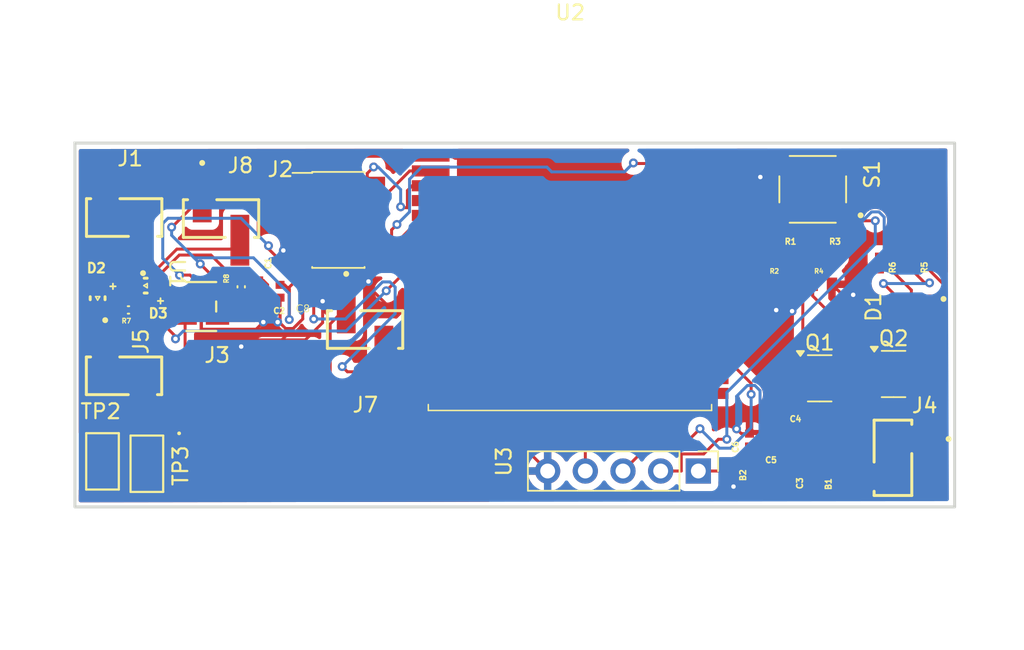
<source format=kicad_pcb>
(kicad_pcb (version 20240108) (generator "pcbnew") (generator_version "8.0")
  (title_block (title "BareTag_Anchor") (date "2024-10-30") (rev "Version 1") (company "SDP Team 3") (comment 1 "Authors: Connor McGarry and Sean Brown"))
  (layers (0 "F.Cu" signal) (31 "B.Cu" signal) (34 "B.Paste" user) (35 "F.Paste" user) (36 "B.SilkS" user "B.Silkscreen") (37 "F.SilkS" user "F.Silkscreen") (38 "B.Mask" user) (39 "F.Mask" user) (44 "Edge.Cuts" user))
  (net 0 "")
  (net 1 "Net-(U3-VDD)")
  (net 2 "GND")
  (net 3 "Net-(U2-VDD)")
  (net 4 "Net-(D1-A1)")
  (net 5 "Net-(D1-A2)")
  (net 6 "Net-(D1-K1)")
  (net 7 "Net-(D1-K2)")
  (net 8 "Net-(D2-A)")
  (net 9 "Net-(D2-K)")
  (net 10 "Net-(D3-K)")
  (net 11 "Net-(D3-A)")
  (net 12 "Vreg +3.3V")
  (net 14 "/SWD_CLK")
  (net 17 "/RST")
  (net 18 "/SWD_DIO (BIDIRECTIONAL)")
  (net 19 "Net-(U2-DW_GP3)")
  (net 20 "Net-(Q1-G)")
  (net 21 "Net-(U2-DW_GP2)")
  (net 22 "Net-(Q2-G)")
  (net 23 "Net-(U2-P0.14)")
  (net 24 "Net-(U2-P0.17)")
  (net 25 "Net-(J3-Pad2)")
  (net 26 "/LoRa RX")
  (net 27 "/LoRa TX")
  (net 61 "Vbatt +3.7V")
  (net 62 "Net-(Q1-S)")
  (net 63 "Net-(U1-NR)")
  (footprint "GRM155R71C104KA88J:CAPC1005X55N" (layer "F.Cu") (at 188.55 90.472 90)
    (property "Reference" "C5")
    (property "Value" ".1uF")
  )
  (footprint "APHBM2012LSURKSYKC:LED_APHBM2012LSURKSYKC" (layer "F.Cu") (at 198 81.465)
    (property "Reference" "D1")
    (property "Value" "LTST-C235KGKRKT")
  )
  (footprint "150060RS75000:WL-SMCW_0603" (layer "F.Cu") (at 146.38 80.09)
    (property "Reference" "D3")
    (property "Value" "LED")
  )
  (footprint "Altium:DWM3001C" (layer "F.Cu") (at 165.435 88.5075)
    (property "Reference" "U2")
    (property "Value" "`")
  )
  (footprint "GRM155C80J225KE95D:CAPC1005X55N" (layer "F.Cu") (at 155.44 80.47 90)
    (property "Reference" "C2")
    (property "Value" "2.2uF")
  )
  (footprint "TestPoint:TestPoint_Keystone_5015_Micro-Minature" (layer "F.Cu") (at 143.47 91.94 90)
    (property "Reference" "TP2")
    (property "Value" "TestPoint")
  )
  (footprint "GRM1555C1H470JA01D:CAPC1005X55N" (layer "F.Cu") (at 187.09 90.502 90)
    (property "Reference" "C6")
    (property "Value" "47pF")
  )
  (footprint "BLM15EG121SN1D:BEADC1005X55N" (layer "F.Cu") (at 187.53 93.172 90)
    (property "Reference" "B2")
    (property "Value" "Murata BLM15EG121SN1D")
  )
  (footprint "Package_TO_SOT_SMD:SOT-23-3" (layer "F.Cu") (at 196.8 86.05)
    (property "Reference" "Q2")
    (property "Value" "IRLML2402TRPBF")
  )
  (footprint "TPS79933DDCR (2):volt_reg" (layer "F.Cu") (at 150.13 81.5)
    (property "Reference" "U1")
    (property "Value" "Voltage Regulator")
  )
  (footprint "TSM_102_01_L_SV:SAMTEC_TSM-102-01-X-SV" (layer "F.Cu") (at 161.17 83.05 180)
    (property "Reference" "J7")
    (property "Value" "TSM-102-01-X-SV")
  )
  (footprint "RC0402FR_07820KL:RESC1005X40N" (layer "F.Cu") (at 195.85 78.568 -90)
    (property "Reference" "R6")
    (property "Value" "820K")
  )
  (footprint "Package_TO_SOT_SMD:SOT-23-3" (layer "F.Cu") (at 191.82 86.34)
    (property "Reference" "Q1")
    (property "Value" "IRLML2402TRPBF")
  )
  (footprint "Connector_PinHeader_2.54mm:PinHeader_1x05_P2.54mm_Vertical" (layer "F.Cu") (at 183.64 92.59 -90)
    (property "Reference" "U3")
    (property "Value" "LYR998")
  )
  (footprint "RC0402FR_07100KL:RESC1005X40" (layer "F.Cu") (at 189 80)
    (property "Reference" "R2")
    (property "Value" "100K")
  )
  (footprint "Capacitor_SMD:C_0201_0603Metric" (layer "F.Cu") (at 156.97 80.38 -90)
    (property "Reference" "C8")
    (property "Value" "100nF")
  )
  (footprint "RT0402BRD071K5L:RESC1005X35N" (layer "F.Cu") (at 189.565 78)
    (property "Reference" "R1")
    (property "Value" "1K5")
  )
  (footprint "150060RS75000:WL-SMCW_0603" (layer "F.Cu") (at 143.14 80.94 90)
    (property "Reference" "D2")
    (property "Value" "LED")
  )
  (footprint "S2B_PH_SM4_TB:JST_S2B-PH-SM4-TB" (layer "F.Cu") (at 150.235 88.15 -90)
    (property "Reference" "J3")
    (property "Value" "S2B-PH-SM4-TB_LF__SN_")
  )
  (footprint "TSM_102_01_L_SV:SAMTEC_TSM-102-01-X-SV" (layer "F.Cu") (at 151.46 75.57 180)
    (property "Reference" "J8")
    (property "Value" "TSM-102-01-X-SV")
  )
  (footprint "RT0402BRD071K5L:RESC1005X35N" (layer "F.Cu") (at 192.565 78)
    (property "Reference" "R3")
    (property "Value" "1K5")
  )
  (footprint "GRM155R60J106ME05D:CAPC1005X70N" (layer "F.Cu") (at 190.16 90.54 90)
    (property "Reference" "C4")
    (property "Value" "10uF")
  )
  (footprint "TestPoint:TestPoint_Keystone_5015_Micro-Minature" (layer "F.Cu") (at 146.46 92.1 90)
    (property "Reference" "TP3")
    (property "Value" "TestPoint")
  )
  (footprint "TSM_102_01_L_SV:SAMTEC_TSM-102-01-X-SV" (layer "F.Cu") (at 144.93 75.5)
    (property "Reference" "J1")
    (property "Value" "TSM-102-01-X-SV")
  )
  (footprint "GRM155R60J106ME05D:CAPC1005X70N" (layer "F.Cu") (at 189.53 93.179 -90)
    (property "Reference" "C3")
    (property "Value" "10uF")
  )
  (footprint "TL3315NF160Q:SW_TL3315NF160Q" (layer "F.Cu") (at 191.352 73.6 180)
    (property "Reference" "S1")
    (property "Value" "TL3315NF160Q")
  )
  (footprint "RC0402FR_07150RL:RESC1005X40N" (layer "F.Cu") (at 198 78.568 -90)
    (property "Reference" "R5")
    (property "Value" "150K")
  )
  (footprint "TSM_102_01_L_SV:SAMTEC_TSM-102-01-X-SV" (layer "F.Cu") (at 144.92 86.17 180)
    (property "Reference" "J5")
    (property "Value" "TSM-102-01-X-SV")
  )
  (footprint "BLM15EG121SN1D:BEADC1005X55N" (layer "F.Cu") (at 191.53 93.172 -90)
    (property "Reference" "B1")
    (property "Value" "Murata BLM15EG121SN1D")
  )
  (footprint "TSM_102_01_L_SV:SAMTEC_TSM-102-01-X-SV" (layer "F.Cu") (at 196.76 91.7 90)
    (property "Reference" "J4")
    (property "Value" "TSM-102-01-X-SV")
  )
  (footprint "RK73B1ETTP182J:RESC1005X40N" (layer "F.Cu") (at 145.22 81.73)
    (property "Reference" "R7")
    (property "Value" "1k8")
  )
  (footprint "Connector_PinHeader_1.27mm:PinHeader_2x05_P1.27mm_Vertical_SMD" (layer "F.Cu") (at 159.37 75.66)
    (property "Reference" "J2")
    (property "Value" "Conn_ARM_JTAG_SWD_10")
  )
  (footprint "RC0402FR_07100KL:RESC1005X40" (layer "F.Cu") (at 192 80)
    (property "Reference" "R4")
    (property "Value" "100K")
  )
  (footprint "RK73B1ETTP182J:RESC1005X40N" (layer "F.Cu") (at 152.82 80.17 -90)
    (property "Reference" "R8")
    (property "Value" "1k8")
  )
  (footprint "GRM155C80J225KE95D:CAPC1005X55N" (layer "F.Cu") (at 154 80.17 -90)
    (property "Reference" "C1")
    (property "Value" "C")
  )
  (gr_rect (start 141.61 70.48) (end 200.92 95.01) (stroke (width 0.2)) (fill none) (layer "Edge.Cuts"))
  (segment (start 190.085 90.904) (end 190.16 90.979) (width 0.2) (layer "F.Cu") (net 1))
  (segment (start 189.53 92.74) (end 189.53 91.609) (width 0.2) (layer "F.Cu") (net 1))
  (segment (start 187.09 90.934) (end 188.52 90.934) (width 0.2) (layer "F.Cu") (net 1))
  (segment (start 187.53 91.374) (end 187.09 90.934) (width 0.2) (layer "F.Cu") (net 1))
  (segment (start 185.434 92.59) (end 187.09 90.934) (width 0.2) (layer "F.Cu") (net 1))
  (segment (start 191.53 92.74) (end 195.07 92.74) (width 0.2) (layer "F.Cu") (net 1))
  (segment (start 189.53 91.609) (end 190.16 90.979) (width 0.2) (layer "F.Cu") (net 1))
  (segment (start 187.53 92.74) (end 187.53 91.374) (width 0.2) (layer "F.Cu") (net 1))
  (segment (start 189.758 90.979) (end 190.16 90.979) (width 0.2) (layer "F.Cu") (net 1))
  (segment (start 183.64 92.59) (end 185.434 92.59) (width 0.2) (layer "F.Cu") (net 1))
  (segment (start 191.53 93.604) (end 191.53 92.74) (width 0.2) (layer "F.Cu") (net 1))
  (segment (start 188.55 90.904) (end 190.085 90.904) (width 0.2) (layer "F.Cu") (net 1))
  (segment (start 188.52 90.934) (end 188.55 90.904) (width 0.2) (layer "F.Cu") (net 1))
  (segment (start 195.07 92.74) (end 195.3 92.97) (width 0.2) (layer "F.Cu") (net 1))
  (segment (start 189.53 92.74) (end 191.53 92.74) (width 0.2) (layer "F.Cu") (net 1))
  (segment (start 193.36 80.71) (end 192.65 80) (width 0.2) (layer "F.Cu") (net 2))
  (segment (start 154 81.55) (end 154 80.602) (width 0.2) (layer "F.Cu") (net 2))
  (segment (start 162.6175 81.3575) (end 161.4 80.14) (width 0.2) (layer "F.Cu") (net 2))
  (segment (start 157.42 74.39) (end 157.42 75.66) (width 0.2) (layer "F.Cu") (net 2))
  (segment (start 155.811471 82.98) (end 156.33 82.98) (width 0.2) (layer "F.Cu") (net 2))
  (segment (start 156.33 82.98) (end 156.815 82.495) (width 0.2) (layer "F.Cu") (net 2))
  (segment (start 188.2925 81.3575) (end 184.405 81.3575) (width 0.2) (layer "F.Cu") (net 2))
  (segment (start 158.92 76.26) (end 158.92 77.53) (width 0.2) (layer "F.Cu") (net 2))
  (segment (start 158.32 75.66) (end 158.92 76.26) (width 0.2) (layer "F.Cu") (net 2))
  (segment (start 155.44 82.608529) (end 155.811471 82.98) (width 0.2) (layer "F.Cu") (net 2))
  (segment (start 189.33 81.3) (end 188.89 81.74) (width 0.2) (layer "F.Cu") (net 2))
  (segment (start 188.55 82.08) (end 188.55 90.04) (width 0.2) (layer "F.Cu") (net 2))
  (segment (start 187.12 90.04) (end 187.09 90.07) (width 0.2) (layer "F.Cu") (net 2))
  (segment (start 150.1252 81.870601) (end 149.754599 81.5) (width 0.2) (layer "F.Cu") (net 2))
  (segment (start 156.97 82.34) (end 156.97 80.7) (width 0.2) (layer "F.Cu") (net 2))
  (segment (start 189.122 71.85) (end 193.582 71.85) (width 0.2) (layer "F.Cu") (net 2))
  (segment (start 158.31 81.14) (end 158.31 82.588529) (width 0.2) (layer "F.Cu") (net 2))
  (segment (start 188.89 81.74) (end 189.89 81.74) (width 0.2) (layer "F.Cu") (net 2))
  (segment (start 190.099 90.04) (end 190.16 90.101) (width 0.2) (layer "F.Cu") (net 2))
  (segment (start 184.405 81.3575) (end 177.18 81.3575) (width 0.2) (layer "F.Cu") (net 2))
  (segment (start 153.27 83.75) (end 152.82 84.2) (width 0.2) (layer "F.Cu") (net 2))
  (segment (start 152.3096 82.050001) (end 153.395784 82.050001) (width 0.2) (layer "F.Cu") (net 2))
  (segment (start 189.516 93.604) (end 189.53 93.618) (width 0.2) (layer "F.Cu") (net 2))
  (segment (start 149.754599 81.5) (end 149.0378 81.5) (width 0.2) (layer "F.Cu") (net 2))
  (segment (start 158.25 74.39) (end 159.82 72.82) (width 0.2) (layer "F.Cu") (net 2))
  (segment (start 154.31 82.55) (end 153.830599 83.029401) (width 0.2) (layer "F.Cu") (net 2))
  (segment (start 150.1348 83.029401) (end 150.1348 81.870601) (width 0.2) (layer "F.Cu") (net 2))
  (segment (start 158.31 82.588529) (end 157.148529 83.75) (width 0.2) (layer "F.Cu") (net 2))
  (segment (start 156.815 82.495) (end 155.56 83.75) (width 0.2) (layer "F.Cu") (net 2))
  (segment (start 188.55 90.04) (end 190.099 90.04) (width 0.2) (layer "F.Cu") (net 2))
  (segment (start 171.435 87.1025) (end 171.435 88.3475) (width 0.2) (layer "F.Cu") (net 2))
  (segment (start 150.1348 81.870601) (end 152.3096 81.870601) (width 0.2) (layer "F.Cu") (net 2))
  (segment (start 165.595 81.3575) (end 162.6175 81.3575) (width 0.2) (layer "F.Cu") (net 2))
  (segment (start 155.56 83.75) (end 153.27 83.75) (width 0.2) (layer "F.Cu") (net 2))
  (segment (start 167.065 81.3575) (end 171.435 85.7275) (width 0.2) (layer "F.Cu") (net 2))
  (segment (start 152.285 85.744401) (end 150.1252 83.584601) (width 0.2) (layer "F.Cu") (net 2))
  (segment (start 187.09 90.07) (end 186.54 90.07) (width 0.2) (layer "F.Cu") (net 2))
  (segment (start 158.92 77.53) (end 158.25 78.2) (width 0.2) (layer "F.Cu") (net 2))
  (segment (start 150.1252 82.1) (end 150.1252 81.870601) (width 0.2) (layer "F.Cu") (net 2))
  (segment (start 194.08 80.71) (end 193.36 80.71) (width 0.2) (layer "F.Cu") (net 2))
  (segment (start 149.41 89.15) (end 146.46 92.1) (width 0.2) (layer "F.Cu") (net 2))
  (segment (start 157.42 74.39) (end 158.25 74.39) (width 0.2) (layer "F.Cu") (net 2))
  (segment (start 151.485 89.15) (end 152.285 88.35) (width 0.2) (layer "F.Cu") (net 2))
  (segment (start 184.405 71.3575) (end 186.4475 71.3575) (width 0.2) (layer "F.Cu") (net 2))
  (segment (start 152.3096 81.870601) (end 152.3096 82.050001) (width 0.2) (layer "F.Cu") (net 2))
  (segment (start 160.281471 71.37) (end 165.5825 71.37) (width 0.2) (layer "F.Cu") (net 2))
  (segment (start 187.53 93.604) (end 189.516 93.604) (width 0.2) (layer "F.Cu") (net 2))
  (segment (start 157.148529 83.75) (end 155.56 83.75) (width 0.2) (layer "F.Cu") (net 2))
  (segment (start 187.53 93.604) (end 186.046 93.604) (width 0.2) (layer "F.Cu") (net 2))
  (segment (start 159.82 71.831471) (end 160.281471 71.37) (width 0.2) (layer "F.Cu") (net 2))
  (segment (start 165.595 81.3575) (end 167.065 81.3575) (width 0.2) (layer "F.Cu") (net 2))
  (segment (start 171.435 88.3475) (end 171.435 90.545) (width 0.2) (layer "F.Cu") (net 2))
  (segment (start 155.278271 82.55) (end 155.44 82.388271) (width 0.2) (layer "F.Cu") (net 2))
  (segment (start 186.54 90.07) (end 186.22 89.75) (width 0.2) (layer "F.Cu") (net 2))
  (segment (start 187.82 72.77) (end 187.82 71.98) (width 0.2) (layer "F.Cu") (net 2))
  (segment (start 186.94 71.85) (end 187.95 71.85) (width 0.2) (layer "F.Cu") (net 2))
  (segment (start 159.82 72.82) (end 159.82 71.831471) (width 0.2) (layer "F.Cu") (net 2))
  (segment (start 155.44 82.388271) (end 155.44 80.902) (width 0.2) (layer "F.Cu") (net 2))
  (segment (start 188.55 90.04) (end 187.12 90.04) (width 0.2) (layer "F.Cu") (net 2))
  (segment (start 155.44 80.902) (end 155.44 82.608529) (width 0.2) (layer "F.Cu") (net 2))
  (segment (start 189.65 80) (end 188.2925 81.3575) (width 0.2) (layer "F.Cu") (net 2))
  (segment (start 187.95 71.85) (end 189.122 71.85) (width 0.2) (layer "F.Cu") (net 2))
  (segment (start 152.285 88.35) (end 152.285 85.744401) (width 0.2) (layer "F.Cu") (net 2))
  (segment (start 153.830599 83.029401) (end 150.1348 83.029401) (width 0.2) (layer "F.Cu") (net 2))
  (segment (start 158.25 78.2) (end 157.42 78.2) (width 0.2) (layer "F.Cu") (net 2))
  (segment (start 150.1252 83.584601) (end 150.1252 82.1) (width 0.2) (layer "F.Cu") (net 2))
  (segment (start 189.65 80.98) (end 189.33 81.3) (width 0.2) (layer "F.Cu") (net 2))
  (segment (start 156.815 82.495) (end 156.97 82.34) (width 0.2) (layer "F.Cu") (net 2))
  (segment (start 150.1348 83.029401) (end 150.1252 83.019801) (width 0.2) (layer "F.Cu") (net 2))
  (segment (start 161.4 80.14) (end 161.4 79.81) (width 0.2) (layer "F.Cu") (net 2))
  (segment (start 150.235 89.15) (end 151.485 89.15) (width 0.2) (layer "F.Cu") (net 2))
  (segment (start 186.046 93.604) (end 186.01 93.64) (width 0.2) (layer "F.Cu") (net 2))
  (segment (start 171.435 85.7275) (end 171.435 88.3475) (width 0.2) (layer "F.Cu") (net 2))
  (segment (start 189.33 81.3) (end 188.55 82.08) (width 0.2) (layer "F.Cu") (net 2))
  (segment (start 186.4475 71.3575) (end 186.94 71.85) (width 0.2) (layer "F.Cu") (net 2))
  (segment (start 156.14 78.2) (end 155.66 77.72) (width 0.2) (layer "F.Cu") (net 2))
  (segment (start 157.42 78.2) (end 156.14 78.2) (width 0.2) (layer "F.Cu") (net 2))
  (segment (start 153.895785 81.55) (end 154 81.55) (width 0.2) (layer "F.Cu") (net 2))
  (segment (start 150.1252 83.019801) (end 150.1252 82.1) (width 0.2) (layer "F.Cu") (net 2))
  (segment (start 171.435 90.545) (end 173.48 92.59) (width 0.2) (layer "F.Cu") (net 2))
  (segment (start 189.65 80) (end 189.65 80.98) (width 0.2) (layer "F.Cu") (net 2))
  (segment (start 189.89 81.74) (end 189.96 81.81) (width 0.2) (layer "F.Cu") (net 2))
  (segment (start 150.235 89.15) (end 149.41 89.15) (width 0.2) (layer "F.Cu") (net 2))
  (segment (start 177.18 81.3575) (end 171.435 87.1025) (width 0.2) (layer "F.Cu") (net 2))
  (segment (start 157.42 75.66) (end 158.32 75.66) (width 0.2) (layer "F.Cu") (net 2))
  (segment (start 153.395784 82.050001) (end 153.895785 81.55) (width 0.2) (layer "F.Cu") (net 2))
  (segment (start 187.82 71.98) (end 187.95 71.85) (width 0.2) (layer "F.Cu") (net 2))
  (segment (start 165.5825 71.37) (end 165.595 71.3575) (width 0.2) (layer "F.Cu") (net 2))
  (via (at 154.31 82.55) (size 0.6) (drill 0.3) (layers "F.Cu" "B.Cu") (net 2))
  (via (at 189.96 81.81) (size 0.6) (drill 0.3) (layers "F.Cu" "B.Cu") (net 2))
  (via (at 161.4 79.81) (size 0.6) (drill 0.3) (layers "F.Cu" "B.Cu") (net 2))
  (via (at 155.278271 82.55) (size 0.6) (drill 0.3) (layers "F.Cu" "B.Cu") (net 2))
  (via (at 158.31 81.14) (size 0.6) (drill 0.3) (layers "F.Cu" "B.Cu") (net 2))
  (via (at 155.66 77.72) (size 0.6) (drill 0.3) (layers "F.Cu" "B.Cu") (net 2))
  (via (at 152.82 84.2) (size 0.6) (drill 0.3) (layers "F.Cu" "B.Cu") (net 2))
  (via (at 187.82 72.77) (size 0.6) (drill 0.3) (layers "F.Cu" "B.Cu") (net 2))
  (via (at 188.89 81.74) (size 0.6) (drill 0.3) (layers "F.Cu" "B.Cu") (net 2))
  (via (at 186.22 89.75) (size 0.6) (drill 0.3) (layers "F.Cu" "B.Cu") (net 2))
  (via (at 194.08 80.71) (size 0.6) (drill 0.3) (layers "F.Cu" "B.Cu") (net 2))
  (via (at 186.01 93.64) (size 0.6) (drill 0.3) (layers "F.Cu" "B.Cu") (net 2))
  (segment (start 161.08 79.49) (end 157.43 79.49) (width 0.2) (layer "B.Cu") (net 2))
  (segment (start 189.96 81.81) (end 190.18 81.59) (width 0.2) (layer "B.Cu") (net 2))
  (segment (start 157.43 79.49) (end 158.31 80.37) (width 0.2) (layer "B.Cu") (net 2))
  (segment (start 161.4 79.81) (end 161.08 79.49) (width 0.2) (layer "B.Cu") (net 2))
  (segment (start 186.22 89.75) (end 186.22 87.551471) (width 0.2) (layer "B.Cu") (net 2))
  (segment (start 188.89 81.74) (end 187.82 80.67) (width 0.2) (layer "B.Cu") (net 2))
  (segment (start 195.321471 75.12) (end 195.818529 75.12) (width 0.2) (layer "B.Cu") (net 2))
  (segment (start 186.951471 86.82) (end 187.448529 86.82) (width 0.2) (layer "B.Cu") (net 2))
  (segment (start 154.31 82.55) (end 155.278271 82.55) (width 0.2) (layer "B.Cu") (net 2))
  (segment (start 190.18 80.261471) (end 195.321471 75.12) (width 0.2) (layer "B.Cu") (net 2))
  (segment (start 155.66 77.72) (end 157.43 79.49) (width 0.2) (layer "B.Cu") (net 2))
  (segment (start 187.82 80.67) (end 187.82 72.77) (width 0.2) (layer "B.Cu") (net 2))
  (segment (start 186.22 87.551471) (end 186.951471 86.82) (width 0.2) (layer "B.Cu") (net 2))
  (segment (start 187.8 91.85) (end 186.01 93.64) (width 0.2) (layer "B.Cu") (net 2))
  (segment (start 187.448529 86.82) (end 187.8 87.171471) (width 0.2) (layer "B.Cu") (net 2))
  (segment (start 196.17 75.471471) (end 196.17 78.62) (width 0.2) (layer "B.Cu") (net 2))
  (segment (start 196.17 78.62) (end 194.08 80.71) (width 0.2) (layer "B.Cu") (net 2))
  (segment (start 187.8 87.171471) (end 187.8 91.85) (width 0.2) (layer "B.Cu") (net 2))
  (segment (start 158.31 80.37) (end 158.31 81.14) (width 0.2) (layer "B.Cu") (net 2))
  (segment (start 195.818529 75.12) (end 196.17 75.471471) (width 0.2) (layer "B.Cu") (net 2))
  (segment (start 190.18 81.59) (end 190.18 80.261471) (width 0.2) (layer "B.Cu") (net 2))
  (segment (start 161.05 85.9) (end 162.44 84.51) (width 0.2) (layer "F.Cu") (net 3))
  (segment (start 159.98 85.9) (end 161.05 85.9) (width 0.2) (layer "F.Cu") (net 3))
  (segment (start 159.63 85.55) (end 159.98 85.9) (width 0.2) (layer "F.Cu") (net 3))
  (segment (start 162.44 84.0425) (end 162.44 84.51) (width 0.2) (layer "F.Cu") (net 3))
  (segment (start 156.97 80.06) (end 157.169999 80.06) (width 0.2) (layer "F.Cu") (net 3))
  (segment (start 157.169999 80.06) (end 157.71 80.600001) (width 0.2) (layer "F.Cu") (net 3))
  (segment (start 157.71 80.600001) (end 157.71 82.34) (width 0.2) (layer "F.Cu") (net 3))
  (segment (start 164.125 82.3575) (end 162.44 84.0425) (width 0.2) (layer "F.Cu") (net 3))
  (segment (start 165.4825 82.47) (end 165.595 82.3575) (width 0.2) (layer "F.Cu") (net 3))
  (segment (start 165.595 82.3575) (end 164.125 82.3575) (width 0.2) (layer "F.Cu") (net 3))
  (via (at 157.71 82.34) (size 0.6) (drill 0.3) (layers "F.Cu" "B.Cu") (net 3))
  (via (at 159.63 85.55) (size 0.6) (drill 0.3) (layers "F.Cu" "B.Cu") (net 3))
  (segment (start 157.71 82.34) (end 159.851471 82.34) (width 0.2) (layer "B.Cu") (net 3))
  (segment (start 162.848529 79.84) (end 163.2 80.191471) (width 0.2) (layer "B.Cu") (net 3))
  (segment (start 162.351471 79.84) (end 162.848529 79.84) (width 0.2) (layer "B.Cu") (net 3))
  (segment (start 163.2 80.191471) (end 163.2 81.98) (width 0.2) (layer "B.Cu") (net 3))
  (segment (start 163.2 81.98) (end 159.63 85.55) (width 0.2) (layer "B.Cu") (net 3))
  (segment (start 159.851471 82.34) (end 162.351471 79.84) (width 0.2) (layer "B.Cu") (net 3))
  (segment (start 196.61 79) (end 195.85 79) (width 0.2) (layer "F.Cu") (net 4))
  (segment (start 197.65 81.94) (end 198 81.59) (width 0.2) (layer "F.Cu") (net 4))
  (segment (start 198 80.39) (end 196.61 79) (width 0.2) (layer "F.Cu") (net 4))
  (segment (start 197.1 81.94) (end 197.65 81.94) (width 0.2) (layer "F.Cu") (net 4))
  (segment (start 198 81.59) (end 198 80.39) (width 0.2) (layer "F.Cu") (net 4))
  (segment (start 197.1 80.93) (end 196.12 79.95) (width 0.2) (layer "F.Cu") (net 5))
  (segment (start 198.904265 79.904265) (end 198 79) (width 0.2) (layer "F.Cu") (net 5))
  (segment (start 199.225735 79.904265) (end 198.904265 79.904265) (width 0.2) (layer "F.Cu") (net 5))
  (segment (start 197.1 80.99) (end 197.1 80.93) (width 0.2) (layer "F.Cu") (net 5))
  (via (at 196.12 79.95) (size 0.6) (drill 0.3) (layers "F.Cu" "B.Cu") (net 5))
  (via (at 199.225735 79.904265) (size 0.6) (drill 0.3) (layers "F.Cu" "B.Cu") (net 5))
  (segment (start 196.12 79.95) (end 199.18 79.95) (width 0.2) (layer "B.Cu") (net 5))
  (segment (start 199.18 79.95) (end 199.225735 79.904265) (width 0.2) (layer "B.Cu") (net 5))
  (segment (start 196.36375 84.47625) (end 197.9375 86.05) (width 0.2) (layer "F.Cu") (net 6))
  (segment (start 198.9 81.94) (end 196.36375 84.47625) (width 0.2) (layer "F.Cu") (net 6))
  (segment (start 198.9 86.390552) (end 196.800552 88.49) (width 0.2) (layer "F.Cu") (net 7))
  (segment (start 197.8 83.605686) (end 197.8 84.54) (width 0.2) (layer "F.Cu") (net 7))
  (segment (start 197.8 84.54) (end 197.396593 84.943407) (width 0.2) (layer "F.Cu") (net 7))
  (segment (start 198.9 85.709448) (end 198.9 86.390552) (width 0.2) (layer "F.Cu") (net 7))
  (segment (start 195.849448 88.49) (end 194.049448 86.69) (width 0.2) (layer "F.Cu") (net 7))
  (segment (start 194.049448 86.69) (end 193.3075 86.69) (width 0.2) (layer "F.Cu") (net 7))
  (segment (start 198.640552 85.45) (end 198.9 85.709448) (width 0.2) (layer "F.Cu") (net 7))
  (segment (start 196.800552 88.49) (end 195.849448 88.49) (width 0.2) (layer "F.Cu") (net 7))
  (segment (start 198.865686 82.54) (end 197.8 83.605686) (width 0.2) (layer "F.Cu") (net 7))
  (segment (start 197.396593 84.943407) (end 197.903186 85.45) (width 0.2) (layer "F.Cu") (net 7))
  (segment (start 197.903186 85.45) (end 198.640552 85.45) (width 0.2) (layer "F.Cu") (net 7))
  (segment (start 198.9 80.99) (end 199.45 80.99) (width 0.2) (layer "F.Cu") (net 7))
  (segment (start 193.3075 86.69) (end 192.9575 86.34) (width 0.2) (layer "F.Cu") (net 7))
  (segment (start 199.8 82.54) (end 198.865686 82.54) (width 0.2) (layer "F.Cu") (net 7))
  (segment (start 199.45 80.99) (end 199.1 81.34) (width 0.2) (layer "F.Cu") (net 7))
  (segment (start 199.8 81.34) (end 199.8 82.54) (width 0.2) (layer "F.Cu") (net 7))
  (segment (start 199.1 81.34) (end 199.8 81.34) (width 0.2) (layer "F.Cu") (net 7))
  (segment (start 146.2 76.96) (end 145.71 76.96) (width 0.2) (layer "F.Cu") (net 8))
  (segment (start 146.2 76.96) (end 146.2 77.08) (width 0.2) (layer "F.Cu") (net 8))
  (segment (start 146.2 77.08) (end 143.14 80.14) (width 0.2) (layer "F.Cu") (net 8))
  (segment (start 144.755 81.74) (end 144.765 81.73) (width 0.2) (layer "F.Cu") (net 9))
  (segment (start 143.14 81.74) (end 144.755 81.74) (width 0.2) (layer "F.Cu") (net 9))
  (segment (start 148.645686 78.03) (end 150.78 78.03) (width 0.2) (layer "F.Cu") (net 10))
  (segment (start 145.58 80.09) (end 146.295 79.375) (width 0.2) (layer "F.Cu") (net 10))
  (segment (start 146.295 79.375) (end 147.300686 79.375) (width 0.2) (layer "F.Cu") (net 10))
  (segment (start 152.465 79.715) (end 152.82 79.715) (width 0.2) (layer "F.Cu") (net 10))
  (segment (start 147.300686 79.375) (end 148.645686 78.03) (width 0.2) (layer "F.Cu") (net 10))
  (segment (start 150.78 78.03) (end 152.465 79.715) (width 0.2) (layer "F.Cu") (net 10))
  (segment (start 147.18 80.09) (end 146.48 80.79) (width 0.2) (layer "F.Cu") (net 11))
  (segment (start 148.48 77.63) (end 152.13 77.63) (width 0.2) (layer "F.Cu") (net 11))
  (segment (start 144.86 80.77) (end 144.86 79.41) (width 0.2) (layer "F.Cu") (net 11))
  (segment (start 147.135 78.975) (end 148.48 77.63) (width 0.2) (layer "F.Cu") (net 11))
  (segment (start 152.13 77.63) (end 152.73 77.03) (width 0.2) (layer "F.Cu") (net 11))
  (segment (start 144.86 79.41) (end 145.295 78.975) (width 0.2) (layer "F.Cu") (net 11))
  (segment (start 145.295 78.975) (end 147.135 78.975) (width 0.2) (layer "F.Cu") (net 11))
  (segment (start 144.88 80.79) (end 144.86 80.77) (width 0.2) (layer "F.Cu") (net 11))
  (segment (start 146.48 80.79) (end 144.88 80.79) (width 0.2) (layer "F.Cu") (net 11))
  (segment (start 199.3 86.556238) (end 199.3 85.543762) (width 0.2) (layer "F.Cu") (net 12))
  (segment (start 190.93 94.174) (end 192.13 94.174) (width 0.2) (layer "F.Cu") (net 12))
  (segment (start 198.068872 85.05) (end 197.962279 84.943407) (width 0.2) (layer "F.Cu") (net 12))
  (segment (start 151.18 73.12) (end 157.42 73.12) (width 0.2) (layer "F.Cu") (net 12))
  (segment (start 159.9 81.59) (end 158.82 82.67) (width 0.2) (layer "F.Cu") (net 12))
  (segment (start 150.12 74.04) (end 150.19 74.11) (width 0.2) (layer "F.Cu") (net 12))
  (segment (start 198 78.136) (end 195.85 78.136) (width 0.2) (layer "F.Cu") (net 12))
  (segment (start 158.82 82.67) (end 158.82 86.88) (width 0.2) (layer "F.Cu") (net 12))
  (segment (start 157.79 79.48) (end 159.9 81.59) (width 0.2) (layer "F.Cu") (net 12))
  (segment (start 199.3 90.43) (end 197.91 89.04) (width 0.2) (layer "F.Cu") (net 12))
  (segment (start 148.13 76.15) (end 148.15 76.15) (width 0.2) (layer "F.Cu") (net 12))
  (segment (start 197.91 87.946238) (end 199.3 86.556238) (width 0.2) (layer "F.Cu") (net 12))
  (segment (start 197.962279 84.943407) (end 198.2 84.705686) (width 0.2) (layer "F.Cu") (net 12))
  (segment (start 198.306 78.136) (end 198 78.136) (width 0.2) (layer "F.Cu") (net 12))
  (segment (start 158.82 86.88) (end 164.025 86.88) (width 0.2) (layer "F.Cu") (net 12))
  (segment (start 197.315 92.095) (end 198.22 93) (width 0.2) (layer "F.Cu") (net 12))
  (segment (start 156.06 82.38) (end 156.06 80.199346) (width 0.2) (layer "F.Cu") (net 12))
  (segment (start 156.06 80.352) (end 155.746 80.038) (width 0.2) (layer "F.Cu") (net 12))
  (segment (start 198.2 84.705686) (end 198.2 83.941471) (width 0.2) (layer "F.Cu") (net 12))
  (segment (start 156.779346 79.48) (end 157.79 79.48) (width 0.2) (layer "F.Cu") (net 12))
  (segment (start 200.2 82.705685) (end 200.2 80.03) (width 0.2) (layer "F.Cu") (net 12))
  (segment (start 192.13 93.14) (end 193.285 93.14) (width 0.2) (layer "F.Cu") (net 12))
  (segment (start 199.201471 82.94) (end 199.965685 82.94) (width 0.2) (layer "F.Cu") (net 12))
  (segment (start 190.864 94.24) (end 190.93 94.174) (width 0.2) (layer "F.Cu") (net 12))
  (segment (start 198.806238 85.05) (end 198.068872 85.05) (width 0.2) (layer "F.Cu") (net 12))
  (segment (start 170.2325 94.24) (end 190.864 94.24) (width 0.2) (layer "F.Cu") (net 12))
  (segment (start 197.315 93.905) (end 197.315 92.095) (width 0.2) (layer "F.Cu") (net 12))
  (segment (start 164.025 86.88) (end 164.025 88.0325) (width 0.2) (layer "F.Cu") (net 12))
  (segment (start 143.66 74.04) (end 150.12 74.04) (width 0.2) (layer "F.Cu") (net 12))
  (segment (start 151.2222 79.7922) (end 150.06 78.63) (width 0.2) (layer "F.Cu") (net 12))
  (segment (start 150.19 74.11) (end 151.18 73.12) (width 0.2) (layer "F.Cu") (net 12))
  (segment (start 199.965685 82.94) (end 200.2 82.705685) (width 0.2) (layer "F.Cu") (net 12))
  (segment (start 155.746 80.038) (end 155.44 80.038) (width 0.2) (layer "F.Cu") (net 12))
  (segment (start 200.2 80.03) (end 198.306 78.136) (width 0.2) (layer "F.Cu") (net 12))
  (segment (start 198.22 90.43) (end 199.3 90.43) (width 0.2) (layer "F.Cu") (net 12))
  (segment (start 164.025 88.0325) (end 170.2325 94.24) (width 0.2) (layer "F.Cu") (net 12))
  (segment (start 198.2 83.941471) (end 199.201471 82.94) (width 0.2) (layer "F.Cu") (net 12))
  (segment (start 193.285 93.14) (end 193.285 93.905) (width 0.2) (layer "F.Cu") (net 12))
  (segment (start 156.06 82.38) (end 156.06 80.352) (width 0.2) (layer "F.Cu") (net 12))
  (segment (start 148.15 76.15) (end 150.19 74.11) (width 0.2) (layer "F.Cu") (net 12))
  (segment (start 193.285 93.905) (end 197.315 93.905) (width 0.2) (layer "F.Cu") (net 12))
  (segment (start 156.06 80.199346) (end 156.779346 79.48) (width 0.2) (layer "F.Cu") (net 12))
  (segment (start 197.91 89.04) (end 197.91 87.946238) (width 0.2) (layer "F.Cu") (net 12))
  (segment (start 192.13 94.174) (end 192.13 93.14) (width 0.2) (layer "F.Cu") (net 12))
  (segment (start 198.22 93) (end 198.22 90.43) (width 0.2) (layer "F.Cu") (net 12))
  (segment (start 151.2222 80.549999) (end 151.2222 79.7922) (width 0.2) (layer "F.Cu") (net 12))
  (segment (start 199.3 85.543762) (end 198.806238 85.05) (width 0.2) (layer "F.Cu") (net 12))
  (via (at 150.06 78.63) (size 0.6) (drill 0.3) (layers "F.Cu" "B.Cu") (net 12))
  (via (at 156.06 82.38) (size 0.6) (drill 0.3) (layers "F.Cu" "B.Cu") (net 12))
  (via (at 148.13 76.15) (size 0.6) (drill 0.3) (layers "F.Cu" "B.Cu") (net 12))
  (segment (start 149.645 78.215) (end 148.13 76.7) (width 0.2) (layer "B.Cu") (net 12))
  (segment (start 153.645 78.215) (end 156.06 80.63) (width 0.2) (layer "B.Cu") (net 12))
  (segment (start 149.645 78.215) (end 153.645 78.215) (width 0.2) (layer "B.Cu") (net 12))
  (segment (start 150.06 78.63) (end 149.645 78.215) (width 0.2) (layer "B.Cu") (net 12))
  (segment (start 156.06 80.63) (end 156.06 82.38) (width 0.2) (layer "B.Cu") (net 12))
  (segment (start 148.13 76.7) (end 148.13 76.15) (width 0.2) (layer "B.Cu") (net 12))
  (segment (start 164.1825 72.3575) (end 165.595 72.3575) (width 0.2) (layer "F.Cu") (net 14))
  (segment (start 161.32 74.39) (end 162.15 74.39) (width 0.2) (layer "F.Cu") (net 14))
  (segment (start 162.15 74.39) (end 164.1825 72.3575) (width 0.2) (layer "F.Cu") (net 14))
  (segment (start 195.57 75.72) (end 193.952 75.72) (width 0.2) (layer "F.Cu") (net 17))
  (segment (start 185.56 90.45) (end 184.99 90.45) (width 0.2) (layer "F.Cu") (net 17))
  (segment (start 189.122 75.052) (end 189.122 75.35) (width 0.2) (layer "F.Cu") (net 17))
  (segment (start 184.405 72.3575) (end 186.4275 72.3575) (width 0.2) (layer "F.Cu") (net 17))
  (segment (start 184 91.44) (end 182.49 91.44) (width 0.2) (layer "F.Cu") (net 17))
  (segment (start 162.96 76.33) (end 163.32 75.97) (width 0.2) (layer "F.Cu") (net 17))
  (segment (start 162.15 78.2) (end 162.96 77.39) (width 0.2) (layer "F.Cu") (net 17))
  (segment (start 193.952 75.72) (end 193.582 75.35) (width 0.2) (layer "F.Cu") (net 17))
  (segment (start 184.99 90.45) (end 184 91.44) (width 0.2) (layer "F.Cu") (net 17))
  (segment (start 186.4275 72.3575) (end 189.122 75.052) (width 0.2) (layer "F.Cu") (net 17))
  (segment (start 182.49 91.44) (end 182.49 92.59) (width 0.2) (layer "F.Cu") (net 17))
  (segment (start 161.32 78.2) (end 162.15 78.2) (width 0.2) (layer "F.Cu") (net 17))
  (segment (start 182.49 92.59) (end 181.1 92.59) (width 0.2) (layer "F.Cu") (net 17))
  (segment (start 162.96 77.39) (end 162.96 76.33) (width 0.2) (layer "F.Cu") (net 17))
  (segment (start 182.835 71.8575) (end 183.335 72.3575) (width 0.2) (layer "F.Cu") (net 17))
  (segment (start 179.2975 71.8575) (end 182.835 71.8575) (width 0.2) (layer "F.Cu") (net 17))
  (segment (start 179.26 71.82) (end 179.2975 71.8575) (width 0.2) (layer "F.Cu") (net 17))
  (segment (start 183.335 72.3575) (end 184.405 72.3575) (width 0.2) (layer "F.Cu") (net 17))
  (segment (start 189.122 75.35) (end 193.582 75.35) (width 0.2) (layer "F.Cu") (net 17))
  (via (at 163.32 75.97) (size 0.6) (drill 0.3) (layers "F.Cu" "B.Cu") (net 17))
  (via (at 179.26 71.82) (size 0.6) (drill 0.3) (layers "F.Cu" "B.Cu") (net 17))
  (via (at 195.57 75.72) (size 0.6) (drill 0.3) (layers "F.Cu" "B.Cu") (net 17))
  (via (at 185.56 90.45) (size 0.6) (drill 0.3) (layers "F.Cu" "B.Cu") (net 17))
  (segment (start 185.56 87.29) (end 195.57 77.28) (width 0.2) (layer "B.Cu") (net 17))
  (segment (start 185.56 90.45) (end 185.56 87.29) (width 0.2) (layer "B.Cu") (net 17))
  (segment (start 195.57 77.28) (end 195.57 75.72) (width 0.2) (layer "B.Cu") (net 17))
  (segment (start 178.66 72.42) (end 173.75 72.42) (width 0.2) (layer "B.Cu") (net 17))
  (segment (start 173.75 72.42) (end 173.43 72.1) (width 0.2) (layer "B.Cu") (net 17))
  (segment (start 164.98 72.1) (end 164.17 72.91) (width 0.2) (layer "B.Cu") (net 17))
  (segment (start 164.17 72.91) (end 164.17 75.12) (width 0.2) (layer "B.Cu") (net 17))
  (segment (start 173.43 72.1) (end 164.98 72.1) (width 0.2) (layer "B.Cu") (net 17))
  (segment (start 164.17 75.12) (end 163.32 75.97) (width 0.2) (layer "B.Cu") (net 17))
  (segment (start 179.26 71.82) (end 178.66 72.42) (width 0.2) (layer "B.Cu") (net 17))
  (segment (start 164.35 73.3575) (end 165.595 73.3575) (width 0.2) (layer "F.Cu") (net 18))
  (segment (start 164.025 73.6825) (end 164.35 73.3575) (width 0.2) (layer "F.Cu") (net 18))
  (segment (start 161.75 72.09) (end 161.32 72.52) (width 0.2) (layer "F.Cu") (net 18))
  (segment (start 161.32 72.52) (end 161.32 73.12) (width 0.2) (layer "F.Cu") (net 18))
  (segment (start 163.625 74.835) (end 164.025 74.835) (width 0.2) (layer "F.Cu") (net 18))
  (segment (start 163.57 74.78) (end 163.625 74.835) (width 0.2) (layer "F.Cu") (net 18))
  (segment (start 164.025 74.835) (end 164.025 73.6825) (width 0.2) (layer "F.Cu") (net 18))
  (via (at 161.75 72.09) (size 0.6) (drill 0.3) (layers "F.Cu" "B.Cu") (net 18))
  (via (at 163.57 74.78) (size 0.6) (drill 0.3) (layers "F.Cu" "B.Cu") (net 18))
  (segment (start 161.75 72.09) (end 162.05 72.09) (width 0.2) (layer "B.Cu") (net 18))
  (segment (start 162.05 72.09) (end 163.57 73.61) (width 0.2) (layer "B.Cu") (net 18))
  (segment (start 163.57 73.61) (end 163.57 74.78) (width 0.2) (layer "B.Cu") (net 18))
  (segment (start 189.13 77.263624) (end 189.13 78) (width 0.2) (layer "F.Cu") (net 19))
  (segment (start 184.405 75.3575) (end 187.223876 75.3575) (width 0.2) (layer "F.Cu") (net 19))
  (segment (start 187.223876 75.3575) (end 189.13 77.263624) (width 0.2) (layer "F.Cu") (net 19))
  (segment (start 190.579314 79.14) (end 190.579314 80.579314) (width 0.2) (layer "F.Cu") (net 20))
  (segment (start 189.21 79.14) (end 190.579314 79.14) (width 0.2) (layer "F.Cu") (net 20))
  (segment (start 188.35 80) (end 189.21 79.14) (width 0.2) (layer "F.Cu") (net 20))
  (segment (start 190.579314 78.579314) (end 190.579314 79.14) (width 0.2) (layer "F.Cu") (net 20))
  (segment (start 190.6825 80.6825) (end 190.6825 85.39) (width 0.2) (layer "F.Cu") (net 20))
  (segment (start 190.579314 80.579314) (end 190.6825 80.6825) (width 0.2) (layer "F.Cu") (net 20))
  (segment (start 190 78) (end 190.579314 78.579314) (width 0.2) (layer "F.Cu") (net 20))
  (segment (start 186.22 74.7025) (end 188.0525 74.7025) (width 0.2) (layer "F.Cu") (net 21))
  (segment (start 188.462 75.112) (end 188.462 76.029938) (width 0.2) (layer "F.Cu") (net 21))
  (segment (start 185.875 74.3575) (end 186.22 74.7025) (width 0.2) (layer "F.Cu") (net 21))
  (segment (start 188.892062 76.46) (end 190.59 76.46) (width 0.2) (layer "F.Cu") (net 21))
  (segment (start 184.405 74.3575) (end 185.875 74.3575) (width 0.2) (layer "F.Cu") (net 21))
  (segment (start 188.0525 74.7025) (end 188.462 75.112) (width 0.2) (layer "F.Cu") (net 21))
  (segment (start 188.462 76.029938) (end 188.892062 76.46) (width 0.2) (layer "F.Cu") (net 21))
  (segment (start 190.59 76.46) (end 192.13 78) (width 0.2) (layer "F.Cu") (net 21))
  (segment (start 193 78) (end 193 78.5) (width 0.2) (layer "F.Cu") (net 22))
  (segment (start 195.6625 85.1) (end 191.35 80.7875) (width 0.2) (layer "F.Cu") (net 22))
  (segment (start 192.9 78.6) (end 192.75 78.6) (width 0.2) (layer "F.Cu") (net 22))
  (segment (start 191.35 80.7875) (end 191.35 80) (width 0.2) (layer "F.Cu") (net 22))
  (segment (start 192.75 78.6) (end 191.35 80) (width 0.2) (layer "F.Cu") (net 22))
  (segment (start 193 78.5) (end 192.9 78.6) (width 0.2) (layer "F.Cu") (net 22))
  (segment (start 146.6104 81.73) (end 148.39 83.5096) (width 0.2) (layer "F.Cu") (net 23))
  (segment (start 148.39 83.5096) (end 148.39 83.68) (width 0.2) (layer "F.Cu") (net 23))
  (segment (start 145.675 81.73) (end 146.6104 81.73) (width 0.2) (layer "F.Cu") (net 23))
  (segment (start 162.6 80.44) (end 164.025 79.015) (width 0.2) (layer "F.Cu") (net 23))
  (segment (start 164.025 77.6825) (end 164.35 77.3575) (width 0.2) (layer "F.Cu") (net 23))
  (segment (start 164.35 77.3575) (end 165.595 77.3575) (width 0.2) (layer "F.Cu") (net 23))
  (segment (start 164.025 79.015) (end 164.025 77.6825) (width 0.2) (layer "F.Cu") (net 23))
  (via (at 148.39 83.68) (size 0.6) (drill 0.3) (layers "F.Cu" "B.Cu") (net 23))
  (via (at 162.6 80.44) (size 0.6) (drill 0.3) (layers "F.Cu" "B.Cu") (net 23))
  (segment (start 159.89 83.15) (end 162.6 80.44) (width 0.2) (layer "B.Cu") (net 23))
  (segment (start 148.39 83.68) (end 148.92 83.15) (width 0.2) (layer "B.Cu") (net 23))
  (segment (start 148.92 83.15) (end 159.89 83.15) (width 0.2) (layer "B.Cu") (net 23))
  (segment (start 150.1348 81.129399) (end 150.1348 80.1448) (width 0.2) (layer "F.Cu") (net 24))
  (segment (start 149.37 79.38) (end 148.66 79.38) (width 0.2) (layer "F.Cu") (net 24))
  (segment (start 164.125 76.3575) (end 165.595 76.3575) (width 0.2) (layer "F.Cu") (net 24))
  (segment (start 150.1348 80.1448) (end 149.37 79.38) (width 0.2) (layer "F.Cu") (net 24))
  (segment (start 152.82 80.625) (end 152.315601 81.129399) (width 0.2) (layer "F.Cu") (net 24))
  (segment (start 154.66 77.61) (end 155.92 78.87) (width 0.2) (layer "F.Cu") (net 24))
  (segment (start 155.92 78.87) (end 162.82 78.87) (width 0.2) (layer "F.Cu") (net 24))
  (segment (start 163.36 78.33) (end 163.36 77.1225) (width 0.2) (layer "F.Cu") (net 24))
  (segment (start 152.315601 81.129399) (end 150.1348 81.129399) (width 0.2) (layer "F.Cu") (net 24))
  (segment (start 163.36 77.1225) (end 164.125 76.3575) (width 0.2) (layer "F.Cu") (net 24))
  (segment (start 162.82 78.87) (end 163.36 78.33) (width 0.2) (layer "F.Cu") (net 24))
  (segment (start 154.66 77.4) (end 154.66 77.61) (width 0.2) (layer "F.Cu") (net 24))
  (via (at 148.66 79.38) (size 0.6) (drill 0.3) (layers "F.Cu" "B.Cu") (net 24))
  (via (at 154.66 77.4) (size 0.6) (drill 0.3) (layers "F.Cu" "B.Cu") (net 24))
  (segment (start 152.81 75.55) (end 154.66 77.4) (width 0.2) (layer "B.Cu") (net 24))
  (segment (start 147.53 75.901471) (end 147.881471 75.55) (width 0.2) (layer "B.Cu") (net 24))
  (segment (start 147.881471 75.55) (end 152.81 75.55) (width 0.2) (layer "B.Cu") (net 24))
  (segment (start 147.53 78.25) (end 147.53 75.901471) (width 0.2) (layer "B.Cu") (net 24))
  (segment (start 148.66 79.38) (end 147.53 78.25) (width 0.2) (layer "B.Cu") (net 24))
  (segment (start 147.125 88.815) (end 148.79 87.15) (width 0.2) (layer "F.Cu") (net 25))
  (segment (start 143.65 84.71) (end 143.65 88.04) (width 0.2) (layer "F.Cu") (net 25))
  (segment (start 143.65 91.76) (end 143.47 91.94) (width 0.2) (layer "F.Cu") (net 25))
  (segment (start 143.65 88.04) (end 145.255 89.645) (width 0.2) (layer "F.Cu") (net 25))
  (segment (start 148.79 87.15) (end 150.235 87.15) (width 0.2) (layer "F.Cu") (net 25))
  (segment (start 145.255 89.645) (end 147.125 89.645) (width 0.2) (layer "F.Cu") (net 25))
  (segment (start 143.65 84.71) (end 143.65 91.76) (width 0.2) (layer "F.Cu") (net 25))
  (segment (start 147.125 89.645) (end 147.125 88.815) (width 0.2) (layer "F.Cu") (net 25))
  (segment (start 187.2 86.6825) (end 185.875 85.3575) (width 0.2) (layer "F.Cu") (net 26))
  (segment (start 180.35 90.8) (end 182.69 90.8) (width 0.2) (layer "F.Cu") (net 26))
  (segment (start 187.2 87.42) (end 187.2 86.6825) (width 0.2) (layer "F.Cu") (net 26))
  (segment (start 178.56 92.59) (end 180.35 90.8) (width 0.2) (layer "F.Cu") (net 26))
  (segment (start 185.875 85.3575) (end 184.405 85.3575) (width 0.2) (layer "F.Cu") (net 26))
  (segment (start 182.69 90.8) (end 183.75 89.74) (width 0.2) (layer "F.Cu") (net 26))
  (via (at 183.75 89.74) (size 0.6) (drill 0.3) (layers "F.Cu" "B.Cu") (net 26))
  (via (at 187.2 87.42) (size 0.6) (drill 0.3) (layers "F.Cu" "B.Cu") (net 26))
  (segment (start 187.2 89.658529) (end 187.2 87.42) (width 0.2) (layer "B.Cu") (net 26))
  (segment (start 183.75 89.74) (end 185.06 91.05) (width 0.2) (layer "B.Cu") (net 26))
  (segment (start 185.06 91.05) (end 185.808529 91.05) (width 0.2) (layer "B.Cu") (net 26))
  (segment (start 185.808529 91.05) (end 187.2 89.658529) (width 0.2) (layer "B.Cu") (net 26))
  (segment (start 176.02 90.4) (end 181.601471 90.4) (width 0.2) (layer "F.Cu") (net 27))
  (segment (start 184.405 87.596471) (end 184.405 87.3575) (width 0.2) (layer "F.Cu") (net 27))
  (segment (start 181.601471 90.4) (end 184.405 87.596471) (width 0.2) (layer "F.Cu") (net 27))
  (segment (start 176.02 92.59) (end 176.02 90.4) (width 0.2) (layer "F.Cu") (net 27))
  (segment (start 149.0378 84.7822) (end 146.19 87.63) (width 0.2) (layer "F.Cu") (net 61))
  (segment (start 149.0378 82.450001) (end 149.0378 84.7822) (width 0.2) (layer "F.Cu") (net 61))
  (segment (start 148.0504 80.549999) (end 147.9504 80.649999) (width 0.2) (layer "F.Cu") (net 61))
  (segment (start 148.230001 82.450001) (end 149.0378 82.450001) (width 0.2) (layer "F.Cu") (net 61))
  (segment (start 147.9504 82.1704) (end 148.230001 82.450001) (width 0.2) (layer "F.Cu") (net 61))
  (segment (start 147.9504 80.649999) (end 147.9504 82.1704) (width 0.2) (layer "F.Cu") (net 61))
  (segment (start 149.0378 80.549999) (end 148.0504 80.549999) (width 0.2) (layer "F.Cu") (net 61))
  (segment (start 190.6825 87.29) (end 192.2325 85.74) (width 0.2) (layer "F.Cu") (net 62))
  (segment (start 192.2325 85.74) (end 194.4025 85.74) (width 0.2) (layer "F.Cu") (net 62))
  (segment (start 194.4025 85.74) (end 195.6625 87) (width 0.2) (layer "F.Cu") (net 62))
  (segment (start 154.6 80.032) (end 154.306 79.738) (width 0.2) (layer "F.Cu") (net 63))
  (segment (start 153.71 82.450001) (end 153.71 82.301471) (width 0.2) (layer "F.Cu") (net 63))
  (segment (start 154.6 81.991471) (end 154.6 80.032) (width 0.2) (layer "F.Cu") (net 63))
  (segment (start 154.061471 81.95) (end 154.558529 81.95) (width 0.2) (layer "F.Cu") (net 63))
  (segment (start 153.71 82.301471) (end 154.061471 81.95) (width 0.2) (layer "F.Cu") (net 63))
  (segment (start 154.558529 81.95) (end 154.6 81.991471) (width 0.2) (layer "F.Cu") (net 63))
  (segment (start 151.2222 82.450001) (end 153.71 82.450001) (width 0.2) (layer "F.Cu") (net 63))
  (segment (start 154.306 79.738) (end 154 79.738) (width 0.2) (layer "F.Cu") (net 63))
  (zone (net 2) (net_name "GND") (layers "F&B.Cu") (connect_pads (clearance 0.5)) (min_thickness 0.25) (fill yes (thermal_gap 0.5) (thermal_bridge_width 0.5))
    (polygon (pts (xy 141.61 94.7) (xy 200.53 94.62) (xy 200.43 70.84) (xy 141.87 70.88) (xy 141.87 94.19)))
  )
)
</source>
